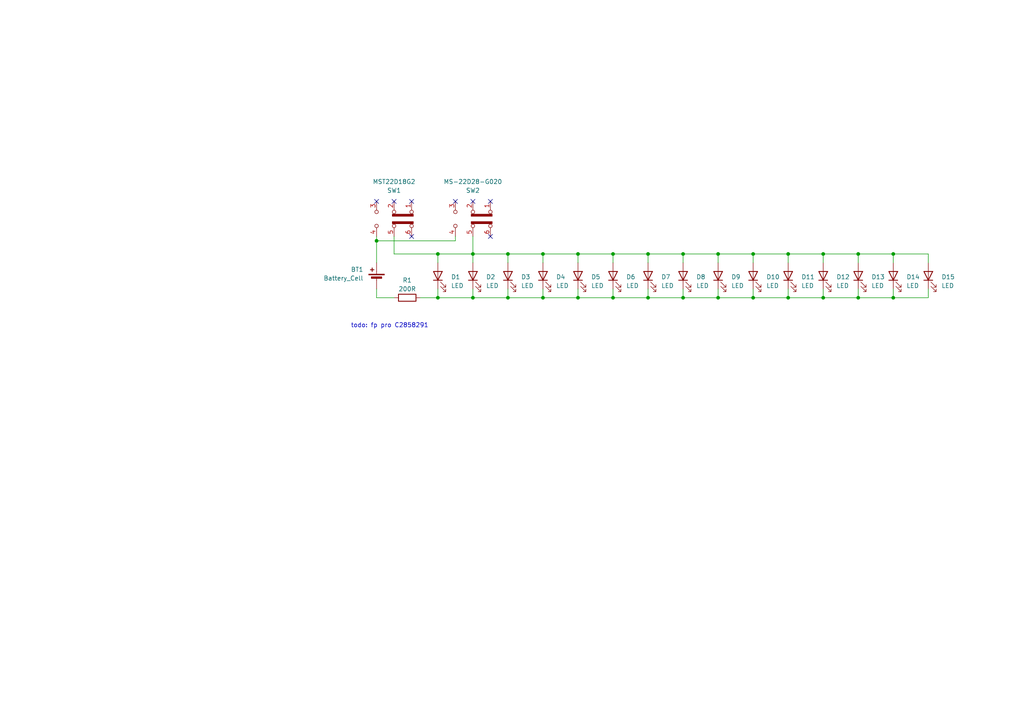
<source format=kicad_sch>
(kicad_sch (version 20231120) (generator "eeschema") (generator_version "8.0")
  (paper "A4")
  (lib_symbols
    (symbol "Device:Battery_Cell" (pin_numbers hide) (pin_names (offset 0) hide)
      (property "Reference" "BT" (at 2.54 2.54 0))
      (property "Value" "Battery_Cell" (at 2.54 0 0))
      (symbol "Battery_Cell_0_1"
        (rectangle (start -2.286 1.778) (end 2.286 1.524) (fill (type outline)))
        (rectangle (start -1.524 1.016) (end 1.524 0.508) (fill (type outline)))
        (polyline (pts (xy 0 0.762) (xy 0 0)))
        (polyline (pts (xy 0 1.778) (xy 0 2.54)))
        (polyline (pts (xy 0.762 3.048) (xy 1.778 3.048)) (stroke (width 0.254)))
        (polyline (pts (xy 1.27 3.556) (xy 1.27 2.54)) (stroke (width 0.254)))
      )
      (symbol "Battery_Cell_1_1"
        (pin passive line (at 0 5.08 270) (length 2.54) (name "+") (number "1"))
        (pin passive line (at 0 -2.54 90) (length 2.54) (name "-") (number "2"))
      )
    )
    (symbol "Device:LED" (pin_numbers hide) (pin_names (offset 1.016) hide)
      (property "Reference" "D" (at 0 2.54 0))
      (property "Value" "LED" (at 0 -2.54 0))
      (symbol "LED_0_1"
        (polyline (pts (xy -1.27 -1.27) (xy -1.27 1.27)) (stroke (width 0.254)))
        (polyline (pts (xy -1.27 0) (xy 1.27 0)))
        (polyline (pts (xy 1.27 -1.27) (xy 1.27 1.27) (xy -1.27 0) (xy 1.27 -1.27)) (stroke (width 0.254)))
        (polyline (pts (xy -3.048 -0.762) (xy -4.572 -2.286) (xy -3.81 -2.286) (xy -4.572 -2.286) (xy -4.572 -1.524)))
        (polyline (pts (xy -1.778 -0.762) (xy -3.302 -2.286) (xy -2.54 -2.286) (xy -3.302 -2.286) (xy -3.302 -1.524)))
      )
      (symbol "LED_1_1"
        (pin passive line (at -3.81 0 0) (length 2.54) (name "K") (number "1"))
        (pin passive line (at 3.81 0 180) (length 2.54) (name "A") (number "2"))
      )
    )
    (symbol "Device:R" (pin_numbers hide) (pin_names (offset 0))
      (property "Reference" "R" (at 2.032 0 90))
      (property "Value" "R" (at 0 0 90))
      (symbol "R_0_1"
        (rectangle (start -1.016 -2.54) (end 1.016 2.54) (stroke (width 0.254)))
      )
      (symbol "R_1_1"
        (pin passive line (at 0 3.81 270) (length 1.27) (name "~") (number "1"))
        (pin passive line (at 0 -3.81 90) (length 1.27) (name "~") (number "2"))
      )
    )
    (symbol "Switch:SW_Slide_DPDT" (pin_names (offset 0) hide)
      (property "Reference" "SW" (at 0 6.858 0))
      (property "Value" "SW_Slide_DPDT" (at 0 -8.128 0))
      (symbol "SW_Slide_DPDT_0_0"
        (circle (center -2.032 -5.08) (radius 0.508))
        (circle (center -2.032 5.08) (radius 0.508))
        (circle (center 2.032 -5.08) (radius 0.508))
        (circle (center 2.032 0) (radius 0.508))
      )
      (symbol "SW_Slide_DPDT_0_1"
        (circle (center -2.032 0) (radius 0.508))
        (circle (center 2.032 5.08) (radius 0.508))
      )
      (symbol "SW_Slide_DPDT_1_1"
        (rectangle (start -1.397 5.588) (end -0.762 -0.508) (fill (type outline)))
        (rectangle (start 0.762 5.588) (end 1.397 -0.508) (fill (type outline)))
        (pin passive line (at -5.08 5.08 0) (length 2.54) (name "A") (number "1"))
        (pin passive line (at -5.08 0 0) (length 2.54) (name "B") (number "2"))
        (pin passive line (at -5.08 -5.08 0) (length 2.54) (name "C") (number "3"))
        (pin passive line (at 5.08 -5.08 180) (length 2.54) (name "A") (number "4"))
        (pin passive line (at 5.08 0 180) (length 2.54) (name "B") (number "5"))
        (pin passive line (at 5.08 5.08 180) (length 2.54) (name "C") (number "6"))
      )
    )
  )
  (junction (at 218.44 86.36))
  (junction (at 147.32 73.66))
  (junction (at 228.6 86.36))
  (junction (at 208.28 86.36))
  (junction (at 167.64 86.36))
  (junction (at 167.64 73.66))
  (junction (at 177.8 86.36))
  (junction (at 147.32 86.36))
  (junction (at 259.08 73.66))
  (junction (at 248.92 86.36))
  (junction (at 137.16 86.36))
  (junction (at 157.48 73.66))
  (junction (at 218.44 73.66))
  (junction (at 228.6 73.66))
  (junction (at 198.12 86.36))
  (junction (at 208.28 73.66))
  (junction (at 238.76 73.66))
  (junction (at 187.96 86.36))
  (junction (at 127 73.66))
  (junction (at 248.92 73.66))
  (junction (at 187.96 73.66))
  (junction (at 137.16 73.66))
  (junction (at 157.48 86.36))
  (junction (at 238.76 86.36))
  (junction (at 109.22 69.85))
  (junction (at 259.08 86.36))
  (junction (at 177.8 73.66))
  (junction (at 127 86.36))
  (junction (at 198.12 73.66))
  (no_connect (at 132.08 58.42))
  (no_connect (at 142.24 68.58))
  (no_connect (at 142.24 58.42))
  (no_connect (at 109.22 58.42))
  (no_connect (at 119.38 58.42))
  (no_connect (at 114.3 58.42))
  (no_connect (at 137.16 58.42))
  (no_connect (at 119.38 68.58))
  (wire (pts (xy 157.48 73.66) (xy 157.48 76.2)))
  (wire (pts (xy 248.92 86.36) (xy 248.92 83.82)))
  (wire (pts (xy 198.12 86.36) (xy 198.12 83.82)))
  (wire (pts (xy 259.08 73.66) (xy 259.08 76.2)))
  (wire (pts (xy 218.44 86.36) (xy 228.6 86.36)))
  (wire (pts (xy 157.48 73.66) (xy 167.64 73.66)))
  (wire (pts (xy 109.22 86.36) (xy 109.22 83.82)))
  (wire (pts (xy 114.3 73.66) (xy 127 73.66)))
  (wire (pts (xy 187.96 73.66) (xy 187.96 76.2)))
  (wire (pts (xy 137.16 86.36) (xy 147.32 86.36)))
  (wire (pts (xy 187.96 73.66) (xy 198.12 73.66)))
  (wire (pts (xy 109.22 68.58) (xy 109.22 69.85)))
  (wire (pts (xy 228.6 73.66) (xy 238.76 73.66)))
  (wire (pts (xy 147.32 73.66) (xy 147.32 76.2)))
  (wire (pts (xy 147.32 73.66) (xy 157.48 73.66)))
  (wire (pts (xy 132.08 69.85) (xy 132.08 68.58)))
  (wire (pts (xy 269.24 73.66) (xy 269.24 76.2)))
  (wire (pts (xy 137.16 73.66) (xy 137.16 76.2)))
  (wire (pts (xy 198.12 73.66) (xy 198.12 76.2)))
  (wire (pts (xy 127 73.66) (xy 137.16 73.66)))
  (wire (pts (xy 167.64 86.36) (xy 167.64 83.82)))
  (wire (pts (xy 218.44 73.66) (xy 218.44 76.2)))
  (wire (pts (xy 127 86.36) (xy 127 83.82)))
  (wire (pts (xy 208.28 73.66) (xy 218.44 73.66)))
  (wire (pts (xy 177.8 73.66) (xy 187.96 73.66)))
  (wire (pts (xy 137.16 86.36) (xy 137.16 83.82)))
  (wire (pts (xy 248.92 73.66) (xy 259.08 73.66)))
  (wire (pts (xy 228.6 73.66) (xy 228.6 76.2)))
  (wire (pts (xy 147.32 86.36) (xy 147.32 83.82)))
  (wire (pts (xy 238.76 86.36) (xy 248.92 86.36)))
  (wire (pts (xy 109.22 69.85) (xy 109.22 76.2)))
  (wire (pts (xy 259.08 86.36) (xy 259.08 83.82)))
  (wire (pts (xy 167.64 73.66) (xy 167.64 76.2)))
  (wire (pts (xy 137.16 73.66) (xy 147.32 73.66)))
  (wire (pts (xy 238.76 73.66) (xy 248.92 73.66)))
  (wire (pts (xy 127 73.66) (xy 127 76.2)))
  (wire (pts (xy 177.8 86.36) (xy 177.8 83.82)))
  (wire (pts (xy 259.08 73.66) (xy 269.24 73.66)))
  (wire (pts (xy 228.6 86.36) (xy 228.6 83.82)))
  (wire (pts (xy 238.76 73.66) (xy 238.76 76.2)))
  (wire (pts (xy 177.8 86.36) (xy 187.96 86.36)))
  (wire (pts (xy 248.92 73.66) (xy 248.92 76.2)))
  (wire (pts (xy 187.96 86.36) (xy 187.96 83.82)))
  (wire (pts (xy 248.92 86.36) (xy 259.08 86.36)))
  (wire (pts (xy 167.64 73.66) (xy 177.8 73.66)))
  (wire (pts (xy 218.44 86.36) (xy 218.44 83.82)))
  (wire (pts (xy 157.48 86.36) (xy 167.64 86.36)))
  (wire (pts (xy 208.28 86.36) (xy 218.44 86.36)))
  (wire (pts (xy 208.28 86.36) (xy 208.28 83.82)))
  (wire (pts (xy 198.12 86.36) (xy 208.28 86.36)))
  (wire (pts (xy 238.76 86.36) (xy 238.76 83.82)))
  (wire (pts (xy 147.32 86.36) (xy 157.48 86.36)))
  (wire (pts (xy 198.12 73.66) (xy 208.28 73.66)))
  (wire (pts (xy 109.22 69.85) (xy 132.08 69.85)))
  (wire (pts (xy 109.22 86.36) (xy 114.3 86.36)))
  (wire (pts (xy 114.3 68.58) (xy 114.3 73.66)))
  (wire (pts (xy 167.64 86.36) (xy 177.8 86.36)))
  (wire (pts (xy 127 86.36) (xy 137.16 86.36)))
  (wire (pts (xy 259.08 86.36) (xy 269.24 86.36)))
  (wire (pts (xy 269.24 86.36) (xy 269.24 83.82)))
  (wire (pts (xy 177.8 73.66) (xy 177.8 76.2)))
  (wire (pts (xy 137.16 68.58) (xy 137.16 73.66)))
  (wire (pts (xy 208.28 73.66) (xy 208.28 76.2)))
  (wire (pts (xy 228.6 86.36) (xy 238.76 86.36)))
  (wire (pts (xy 157.48 86.36) (xy 157.48 83.82)))
  (wire (pts (xy 187.96 86.36) (xy 198.12 86.36)))
  (wire (pts (xy 218.44 73.66) (xy 228.6 73.66)))
  (wire (pts (xy 121.92 86.36) (xy 127 86.36)))
  (text "todo: fp pro C2858291" (at 113.03 94.488 0) (effects (font (size 1.27 1.27))))
  (symbol (lib_id "Device:LED") (at 228.6 80.01 90) (unit 1)
    (property "Reference" "D11" (at 232.41 80.3274 90) (effects (justify right)))
    (property "Value" "LED" (at 232.41 82.8674 90) (effects (justify right)))
    (property "Footprint" "LED_SMD:LED_0805_2012Metric_Pad1.15x1.40mm_HandSolder" (effects (hide yes)))
    (property "Description" "Light emitting diode" (effects (hide yes)))
  )
  (symbol (lib_id "Device:R") (at 118.11 86.36 270) (unit 1)
    (property "Reference" "R1" (at 118.11 81.28 90))
    (property "Value" "200R" (at 118.11 83.82 90))
    (property "Footprint" "Resistor_SMD:R_0805_2012Metric_Pad1.20x1.40mm_HandSolder" (effects (hide yes)))
    (property "Description" "Resistor" (effects (hide yes)))
  )
  (symbol (lib_id "Device:LED") (at 157.48 80.01 90) (unit 1)
    (property "Reference" "D4" (at 161.29 80.3274 90) (effects (justify right)))
    (property "Value" "LED" (at 161.29 82.8674 90) (effects (justify right)))
    (property "Footprint" "LED_SMD:LED_0805_2012Metric_Pad1.15x1.40mm_HandSolder" (effects (hide yes)))
    (property "Description" "Light emitting diode" (effects (hide yes)))
  )
  (symbol (lib_id "Device:LED") (at 137.16 80.01 90) (unit 1)
    (property "Reference" "D2" (at 140.97 80.3274 90) (effects (justify right)))
    (property "Value" "LED" (at 140.97 82.8674 90) (effects (justify right)))
    (property "Footprint" "LED_SMD:LED_0805_2012Metric_Pad1.15x1.40mm_HandSolder" (effects (hide yes)))
    (property "Description" "Light emitting diode" (effects (hide yes)))
  )
  (symbol (lib_id "Device:LED") (at 147.32 80.01 90) (unit 1)
    (property "Reference" "D3" (at 151.13 80.3274 90) (effects (justify right)))
    (property "Value" "LED" (at 151.13 82.8674 90) (effects (justify right)))
    (property "Footprint" "LED_SMD:LED_0805_2012Metric_Pad1.15x1.40mm_HandSolder" (effects (hide yes)))
    (property "Description" "Light emitting diode" (effects (hide yes)))
  )
  (symbol (lib_id "Device:LED") (at 238.76 80.01 90) (unit 1)
    (property "Reference" "D12" (at 242.57 80.3274 90) (effects (justify right)))
    (property "Value" "LED" (at 242.57 82.8674 90) (effects (justify right)))
    (property "Footprint" "LED_SMD:LED_0805_2012Metric_Pad1.15x1.40mm_HandSolder" (effects (hide yes)))
    (property "Description" "Light emitting diode" (effects (hide yes)))
  )
  (symbol (lib_id "Device:LED") (at 198.12 80.01 90) (unit 1)
    (property "Reference" "D8" (at 201.93 80.3274 90) (effects (justify right)))
    (property "Value" "LED" (at 201.93 82.8674 90) (effects (justify right)))
    (property "Footprint" "LED_SMD:LED_0805_2012Metric_Pad1.15x1.40mm_HandSolder" (effects (hide yes)))
    (property "Description" "Light emitting diode" (effects (hide yes)))
  )
  (symbol (lib_id "Device:LED") (at 248.92 80.01 90) (unit 1)
    (property "Reference" "D13" (at 252.73 80.3274 90) (effects (justify right)))
    (property "Value" "LED" (at 252.73 82.8674 90) (effects (justify right)))
    (property "Footprint" "LED_SMD:LED_0805_2012Metric_Pad1.15x1.40mm_HandSolder" (effects (hide yes)))
    (property "Description" "Light emitting diode" (effects (hide yes)))
  )
  (symbol (lib_id "Device:LED") (at 208.28 80.01 90) (unit 1)
    (property "Reference" "D9" (at 212.09 80.3274 90) (effects (justify right)))
    (property "Value" "LED" (at 212.09 82.8674 90) (effects (justify right)))
    (property "Footprint" "LED_SMD:LED_0805_2012Metric_Pad1.15x1.40mm_HandSolder" (effects (hide yes)))
    (property "Description" "Light emitting diode" (effects (hide yes)))
  )
  (symbol (lib_id "Device:LED") (at 269.24 80.01 90) (unit 1)
    (property "Reference" "D15" (at 273.05 80.3274 90) (effects (justify right)))
    (property "Value" "LED" (at 273.05 82.8674 90) (effects (justify right)))
    (property "Footprint" "LED_SMD:LED_0805_2012Metric_Pad1.15x1.40mm_HandSolder" (effects (hide yes)))
    (property "Description" "Light emitting diode" (effects (hide yes)))
  )
  (symbol (lib_id "Device:LED") (at 259.08 80.01 90) (unit 1)
    (property "Reference" "D14" (at 262.89 80.3274 90) (effects (justify right)))
    (property "Value" "LED" (at 262.89 82.8674 90) (effects (justify right)))
    (property "Footprint" "LED_SMD:LED_0805_2012Metric_Pad1.15x1.40mm_HandSolder" (effects (hide yes)))
    (property "Description" "Light emitting diode" (effects (hide yes)))
  )
  (symbol (lib_id "Device:LED") (at 177.8 80.01 90) (unit 1)
    (property "Reference" "D6" (at 181.61 80.3274 90) (effects (justify right)))
    (property "Value" "LED" (at 181.61 82.8674 90) (effects (justify right)))
    (property "Footprint" "LED_SMD:LED_0805_2012Metric_Pad1.15x1.40mm_HandSolder" (effects (hide yes)))
    (property "Description" "Light emitting diode" (effects (hide yes)))
  )
  (symbol (lib_id "Device:LED") (at 127 80.01 90) (unit 1)
    (property "Reference" "D1" (at 130.81 80.3274 90) (effects (justify right)))
    (property "Value" "LED" (at 130.81 82.8674 90) (effects (justify right)))
    (property "Footprint" "LED_SMD:LED_0805_2012Metric_Pad1.15x1.40mm_HandSolder" (effects (hide yes)))
    (property "Description" "Light emitting diode" (effects (hide yes)))
  )
  (symbol (lib_id "Device:LED") (at 167.64 80.01 90) (unit 1)
    (property "Reference" "D5" (at 171.45 80.3274 90) (effects (justify right)))
    (property "Value" "LED" (at 171.45 82.8674 90) (effects (justify right)))
    (property "Footprint" "LED_SMD:LED_0805_2012Metric_Pad1.15x1.40mm_HandSolder" (effects (hide yes)))
    (property "Description" "Light emitting diode" (effects (hide yes)))
  )
  (symbol (lib_id "Device:Battery_Cell") (at 109.22 81.28 0) (mirror y) (unit 1)
    (property "Reference" "BT1" (at 105.41 78.1684 0) (effects (justify left)))
    (property "Value" "Battery_Cell" (at 105.41 80.7084 0) (effects (justify left)))
    (property "Footprint" "lib:CR2032_SMD" (effects (hide yes)))
    (property "Description" "Single-cell battery" (effects (hide yes)))
  )
  (symbol (lib_id "Device:LED") (at 218.44 80.01 90) (unit 1)
    (property "Reference" "D10" (at 222.25 80.3274 90) (effects (justify right)))
    (property "Value" "LED" (at 222.25 82.8674 90) (effects (justify right)))
    (property "Footprint" "LED_SMD:LED_0805_2012Metric_Pad1.15x1.40mm_HandSolder" (effects (hide yes)))
    (property "Description" "Light emitting diode" (effects (hide yes)))
  )
  (symbol (lib_id "Switch:SW_Slide_DPDT") (at 137.16 63.5 270) (unit 1)
    (property "Reference" "SW2" (at 137.16 55.245 90))
    (property "Value" "MS-22D28-G020" (at 137.16 52.705 90))
    (property "Description" "Slide Switch, dual pole double throw" (effects (hide yes)))
  )
  (symbol (lib_id "Switch:SW_Slide_DPDT") (at 114.3 63.5 270) (unit 1)
    (property "Reference" "SW1" (at 114.3 55.245 90))
    (property "Value" "MST22D18G2" (at 114.3 52.705 90))
    (property "Footprint" "lib:SW_JS202011SCQN" (effects (hide yes)))
    (property "Description" "Slide Switch, dual pole double throw" (effects (hide yes)))
  )
  (symbol (lib_id "Device:LED") (at 187.96 80.01 90) (unit 1)
    (property "Reference" "D7" (at 191.77 80.3274 90) (effects (justify right)))
    (property "Value" "LED" (at 191.77 82.8674 90) (effects (justify right)))
    (property "Footprint" "LED_SMD:LED_0805_2012Metric_Pad1.15x1.40mm_HandSolder" (effects (hide yes)))
    (property "Description" "Light emitting diode" (effects (hide yes)))
  )
)
</source>
